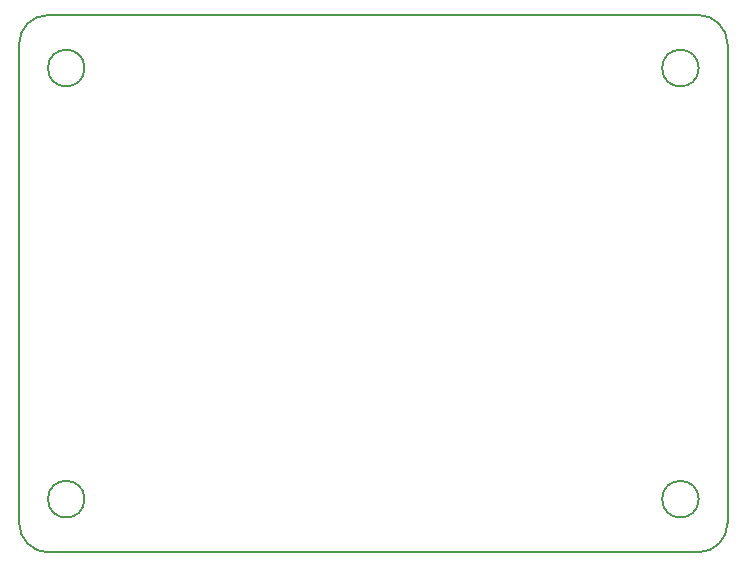
<source format=gbr>
%TF.GenerationSoftware,KiCad,Pcbnew,9.0.2*%
%TF.CreationDate,2025-09-10T19:31:46+05:30*%
%TF.ProjectId,ProDoc_Board1_2025-09-03,50726f44-6f63-45f4-926f-617264315f32,rev?*%
%TF.SameCoordinates,Original*%
%TF.FileFunction,Profile,NP*%
%FSLAX46Y46*%
G04 Gerber Fmt 4.6, Leading zero omitted, Abs format (unit mm)*
G04 Created by KiCad (PCBNEW 9.0.2) date 2025-09-10 19:31:46*
%MOMM*%
%LPD*%
G01*
G04 APERTURE LIST*
%TA.AperFunction,Profile*%
%ADD10C,0.200000*%
%TD*%
G04 APERTURE END LIST*
D10*
X127240002Y-75199999D02*
X124740001Y-75199999D01*
X127789998Y-79700000D02*
G75*
G02*
X124689998Y-79700000I-1550000J0D01*
G01*
X124689998Y-79700000D02*
G75*
G02*
X127789998Y-79700000I1550000J0D01*
G01*
X179740002Y-75199999D02*
X177240001Y-75199999D01*
X122240000Y-77699998D02*
X122240000Y-118199997D01*
X124739998Y-120699998D02*
X127240002Y-120699999D01*
X124739998Y-120699998D02*
G75*
G02*
X122240000Y-118199997I2J2500000D01*
G01*
X179790004Y-116199999D02*
G75*
G02*
X176690004Y-116199999I-1550000J0D01*
G01*
X176690004Y-116199999D02*
G75*
G02*
X179790004Y-116199999I1550000J0D01*
G01*
X182240002Y-118199999D02*
X182240002Y-77699999D01*
X127789998Y-116199999D02*
G75*
G02*
X124689998Y-116199999I-1550000J0D01*
G01*
X124689998Y-116199999D02*
G75*
G02*
X127789998Y-116199999I1550000J0D01*
G01*
X127240002Y-120699999D02*
X177240001Y-120699999D01*
X122240000Y-77699998D02*
G75*
G02*
X124740001Y-75199998I2500000J0D01*
G01*
X179740002Y-75199999D02*
G75*
G02*
X182239999Y-77699999I-2J-2499999D01*
G01*
X178240004Y-120699999D02*
X179740003Y-120699999D01*
X177240001Y-75199999D02*
X127240002Y-75199999D01*
X179790004Y-79700000D02*
G75*
G02*
X176690004Y-79700000I-1550000J0D01*
G01*
X176690004Y-79700000D02*
G75*
G02*
X179790004Y-79700000I1550000J0D01*
G01*
X177240001Y-120699999D02*
X178240004Y-120699999D01*
X182240002Y-118199999D02*
G75*
G02*
X179740003Y-120700000I-2500002J1D01*
G01*
M02*

</source>
